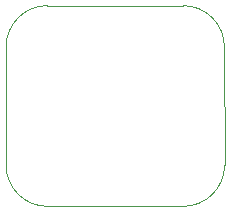
<source format=gbr>
%TF.GenerationSoftware,KiCad,Pcbnew,7.0.10-7.0.10~ubuntu22.04.1*%
%TF.CreationDate,2024-01-16T21:14:20+01:00*%
%TF.ProjectId,teszt5,7465737a-7435-42e6-9b69-6361645f7063,rev?*%
%TF.SameCoordinates,PX5f5e100PY5f5e100*%
%TF.FileFunction,Profile,NP*%
%FSLAX46Y46*%
G04 Gerber Fmt 4.6, Leading zero omitted, Abs format (unit mm)*
G04 Created by KiCad (PCBNEW 7.0.10-7.0.10~ubuntu22.04.1) date 2024-01-16 21:14:20*
%MOMM*%
%LPD*%
G01*
G04 APERTURE LIST*
%TA.AperFunction,Profile*%
%ADD10C,0.100000*%
%TD*%
G04 APERTURE END LIST*
D10*
X18487561Y13500000D02*
G75*
G03*
X14987563Y17000000I-3499998J2D01*
G01*
X15000126Y0D02*
G75*
G03*
X18500126Y3500000I0J3500000D01*
G01*
X0Y3500000D02*
G75*
G03*
X3500000Y0I3500000J0D01*
G01*
X3500000Y17000000D02*
G75*
G03*
X0Y13500000I0J-3500000D01*
G01*
X0Y3500000D02*
X0Y13500000D01*
X15000126Y0D02*
X3500000Y0D01*
X18487563Y13500000D02*
X18500126Y3500000D01*
X3500000Y17000000D02*
X14987563Y17000000D01*
M02*

</source>
